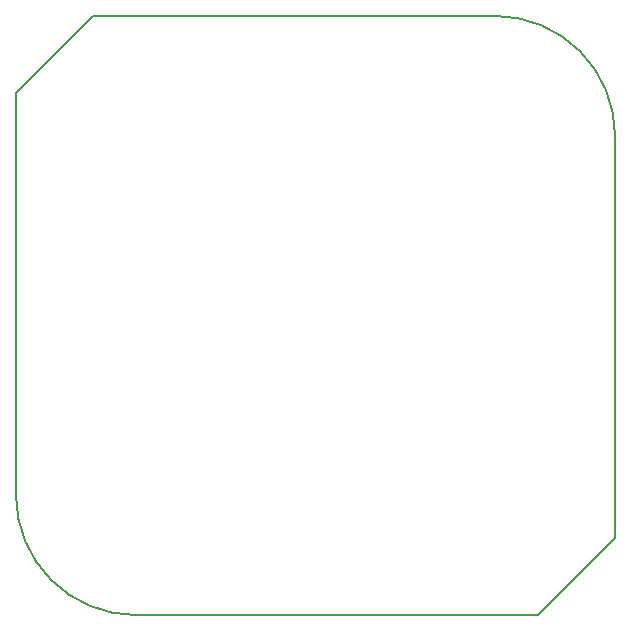
<source format=gbr>
%TF.GenerationSoftware,KiCad,Pcbnew,(6.0.10)*%
%TF.CreationDate,2023-02-14T20:35:35-05:00*%
%TF.ProjectId,starterProject,73746172-7465-4725-9072-6f6a6563742e,rev?*%
%TF.SameCoordinates,Original*%
%TF.FileFunction,Profile,NP*%
%FSLAX46Y46*%
G04 Gerber Fmt 4.6, Leading zero omitted, Abs format (unit mm)*
G04 Created by KiCad (PCBNEW (6.0.10)) date 2023-02-14 20:35:35*
%MOMM*%
%LPD*%
G01*
G04 APERTURE LIST*
%TA.AperFunction,Profile*%
%ADD10C,0.150000*%
%TD*%
G04 APERTURE END LIST*
D10*
X110816205Y-102616000D02*
X144896067Y-102615235D01*
X100656205Y-92456000D02*
X100656205Y-58420000D01*
X151383995Y-62048205D02*
G75*
G03*
X141224000Y-51888205I-10159995J5D01*
G01*
X107144138Y-51888970D02*
X141224000Y-51888205D01*
X144896067Y-102615235D02*
X151384000Y-96084205D01*
X100656205Y-58420000D02*
X107144138Y-51888970D01*
X100656200Y-92456000D02*
G75*
G03*
X110816205Y-102616000I10160000J0D01*
G01*
X151384000Y-96084205D02*
X151384000Y-62048205D01*
M02*

</source>
